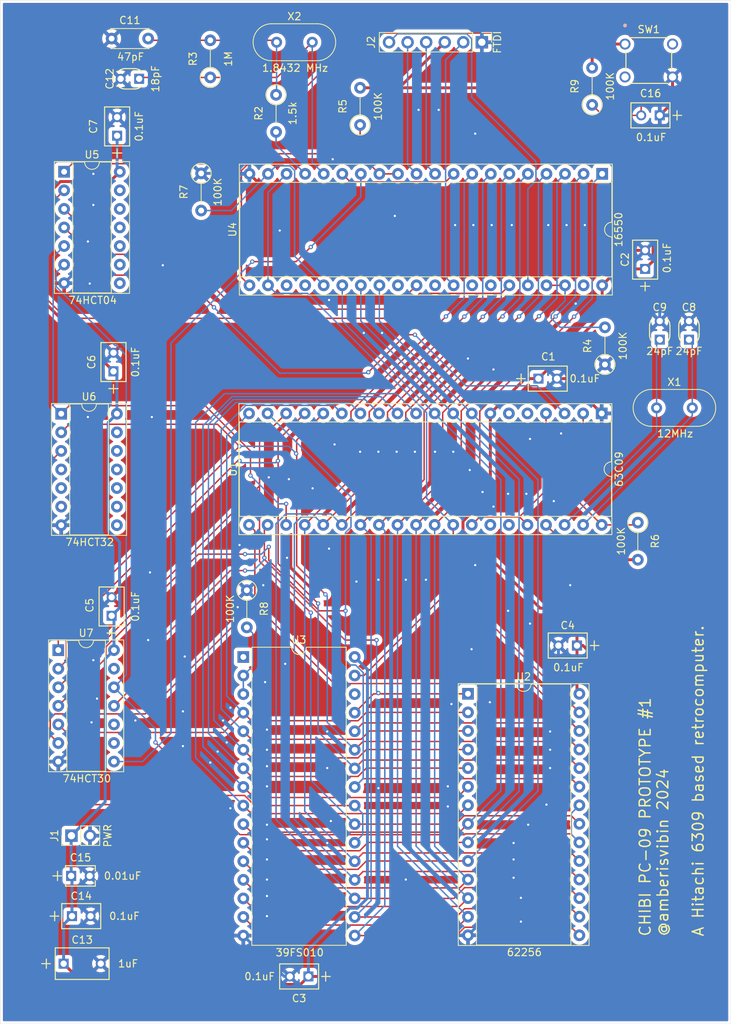
<source format=kicad_pcb>
(kicad_pcb (version 20240108) (generator "pcbnew") (generator_version "8.0")
  (layers (0 "F.Cu" signal) (31 "B.Cu" signal) (36 "B.SilkS" user "B.Silkscreen") (37 "F.SilkS" user "F.Silkscreen") (38 "B.Mask" user) (39 "F.Mask" user) (44 "Edge.Cuts" user))
  (net 0 "")
  (net 1 "+5V")
  (net 2 "GND")
  (net 3 "Net-(U1-XTAL)")
  (net 4 "Net-(U1-EXTAL)")
  (net 5 "Net-(C11-Pad1)")
  (net 7 "/RX")
  (net 8 "/RTS")
  (net 9 "/TX")
  (net 10 "/CTS")
  (net 11 "/D7")
  (net 13 "/A1")
  (net 14 "/D4")
  (net 15 "/D0")
  (net 16 "/D3")
  (net 17 "/A12")
  (net 18 "/A5")
  (net 19 "/A3")
  (net 20 "/A15")
  (net 21 "/A6")
  (net 23 "/D5")
  (net 24 "/D2")
  (net 25 "/A11")
  (net 26 "/A2")
  (net 27 "/R{slash}!W")
  (net 28 "/A7")
  (net 30 "/!RESET")
  (net 31 "/A10")
  (net 32 "/A14")
  (net 33 "/D1")
  (net 34 "/A0")
  (net 35 "/D6")
  (net 36 "/A9")
  (net 37 "/A4")
  (net 38 "/A13")
  (net 40 "Net-(U2-~{CS})")
  (net 41 "/!A15")
  (net 43 "Net-(U4-RCLK)")
  (net 44 "Net-(U4-XOUT)")
  (net 46 "Net-(U4-XIN)")
  (net 47 "Net-(U4-INTR)")
  (net 52 "Net-(U4-~{CS2})")
  (net 53 "Net-(U4-MR)")
  (net 70 "/A8")
  (net 71 "Net-(U4-~{DCD})")
  (net 72 "Net-(U4-CS0)")
  (net 73 "Net-(U1-MRDY)")
  (net 74 "Net-(U4-WR)")
  (net 75 "Net-(U3-A15)")
  (net 78 "Net-(U1-~{IRQ})")
  (footprint "Capacitor_THT:C_Disc_D5.0mm_W2.5mm_P5.00mm" (layer "F.Cu") (at 46.5 19.5 180)
    (property "Reference" "C11")
    (property "Value" "47pF")
  )
  (footprint "Package_DIP:DIP-14_W7.62mm_Socket" (layer "F.Cu") (at 34.6 70.8)
    (property "Reference" "U6")
    (property "Value" "74HCT32")
  )
  (footprint "Custom:CAP_C320C_MR_X7R_KEM" (layer "F.Cu") (at 36.0729 139.5)
    (property "Reference" "C14")
    (property "Value" "0.1uF")
  )
  (footprint "Custom:SW_B3F-1000_OMR" (layer "F.Cu") (at 111.749998 20.249999)
    (property "Reference" "SW1")
    (property "Value" "B3F-1000")
  )
  (footprint "Resistor_THT:R_Axial_DIN0207_L6.3mm_D2.5mm_P5.08mm_Vertical" (layer "F.Cu") (at 55 24.815 90)
    (property "Reference" "R3")
    (property "Value" "1M")
  )
  (footprint "Crystal:Crystal_HC49-U_Vertical" (layer "F.Cu") (at 120.95 70 180)
    (property "Reference" "X1")
    (property "Value" "12MHz")
  )
  (footprint "Custom:CAP_C320C_MR_X7R_KEM" (layer "F.Cu") (at 41.75 65 90)
    (property "Reference" "C6")
    (property "Value" "0.1uF")
  )
  (footprint "Resistor_THT:R_Axial_DIN0207_L6.3mm_D2.5mm_P5.08mm_Vertical" (layer "F.Cu") (at 107.25 28.565 90)
    (property "Reference" "R9")
    (property "Value" "100K")
  )
  (footprint "Custom:CAP_C317_KEM" (layer "F.Cu") (at 120.5 59.4 90)
    (property "Reference" "C8")
    (property "Value" "24pF")
  )
  (footprint "Crystal:Crystal_HC49-U_Vertical" (layer "F.Cu") (at 68.95 20 180)
    (property "Reference" "X2")
    (property "Value" "1.8432 MHz")
  )
  (footprint "Package_DIP:DIP-32_W15.24mm" (layer "F.Cu") (at 59.52 104.06)
    (property "Reference" "U3")
    (property "Value" "39FS010")
  )
  (footprint "Connector_PinHeader_2.54mm:PinHeader_1x06_P2.54mm_Vertical" (layer "F.Cu") (at 92.16 20 -90)
    (property "Reference" "J2")
    (property "Value" "FTDI")
  )
  (footprint "Package_DIP:DIP-28_W15.24mm_Socket" (layer "F.Cu") (at 90.26 109.1)
    (property "Reference" "U2")
    (property "Value" "62256")
  )
  (footprint "Custom:CAP_C320C_MR_X7R_KEM" (layer "F.Cu") (at 68.4271 147.75 180)
    (property "Reference" "C3")
    (property "Value" "0.1uF")
  )
  (footprint "Package_DIP:DIP-14_W7.62mm_Socket" (layer "F.Cu") (at 35 37.71)
    (property "Reference" "U5")
    (property "Value" "74HCT04")
  )
  (footprint "Custom:CAP_C315C_MR_X7R_KEM" (layer "F.Cu") (at 35.96 134)
    (property "Reference" "C15")
    (property "Value" "0.01uF")
  )
  (footprint "Package_DIP:DIP-40_W15.24mm_Socket" (layer "F.Cu") (at 108.56 70.76 -90)
    (property "Reference" "U1")
    (property "Value" "63C09")
  )
  (footprint "Resistor_THT:R_Axial_DIN0207_L6.3mm_D2.5mm_P5.08mm_Vertical" (layer "F.Cu") (at 64 27.185 -90)
    (property "Reference" "R2")
    (property "Value" "1.5k")
  )
  (footprint "Resistor_THT:R_Axial_DIN0207_L6.3mm_D2.5mm_P5.08mm_Vertical" (layer "F.Cu") (at 109 64.065 90)
    (property "Reference" "R4")
    (property "Value" "100K")
  )
  (footprint "Custom:CAP_C320C_MR_X7R_KEM" (layer "F.Cu") (at 42.25 32.782 90)
    (property "Reference" "C7")
    (property "Value" "0.1uF")
  )
  (footprint "Custom:CAP_C320C_MR_X7R_KEM" (layer "F.Cu") (at 114.5 51 90)
    (property "Reference" "C2")
    (property "Value" "0.1uF")
  )
  (footprint "Resistor_THT:R_Axial_DIN0207_L6.3mm_D2.5mm_P5.08mm_Vertical" (layer "F.Cu") (at 60 94.935 -90)
    (property "Reference" "R8")
    (property "Value" "100K")
  )
  (footprint "Resistor_THT:R_Axial_DIN0207_L6.3mm_D2.5mm_P5.08mm_Vertical" (layer "F.Cu") (at 53.75 37.935 -90)
    (property "Reference" "R7")
    (property "Value" "100K")
  )
  (footprint "Custom:CAP_C317_KEM" (layer "F.Cu") (at 116.5 59.4 90)
    (property "Reference" "C9")
    (property "Value" "24pF")
  )
  (footprint "Custom:CAP_C330C_MR_X7R_KEM" (layer "F.Cu") (at 34.9299 146)
    (property "Reference" "C13")
    (property "Value" "1uF")
  )
  (footprint "Custom:CAP_C320C_MR_X7R_KEM" (layer "F.Cu") (at 41.5 98.4271 90)
    (property "Reference" "C5")
    (property "Value" "0.1uF")
  )
  (footprint "Custom:CAP_C317_KEM" (layer "F.Cu") (at 44 25 180)
    (property "Reference" "C12")
    (property "Value" "18pF")
  )
  (footprint "Connector_PinHeader_2.54mm:PinHeader_1x02_P2.54mm_Vertical" (layer "F.Cu") (at 36 128.5 90)
    (property "Reference" "J1")
    (property "Value" "PWR")
  )
  (footprint "Package_DIP:DIP-14_W7.62mm_Socket" (layer "F.Cu") (at 34.2 103.125)
    (property "Reference" "U7")
    (property "Value" "74HCT30")
  )
  (footprint "Custom:CAP_C320C_MR_X7R_KEM" (layer "F.Cu") (at 116.5 30 180)
    (property "Reference" "C16")
    (property "Value" "0.1uF")
  )
  (footprint "Custom:CAP_C320C_MR_X7R_KEM" (layer "F.Cu") (at 105.1771 102.5 180)
    (property "Reference" "C4")
    (property "Value" "0.1uF")
  )
  (footprint "Custom:CAP_C320C_MR_X7R_KEM" (layer "F.Cu") (at 99.9 66)
    (property "Reference" "C1")
    (property "Value" "0.1uF")
  )
  (footprint "Package_DIP:DIP-40_W15.24mm_Socket" (layer "F.Cu") (at 108.62 38 -90)
    (property "Reference" "U4")
    (property "Value" "16550")
  )
  (footprint "Resistor_THT:R_Axial_DIN0207_L6.3mm_D2.5mm_P5.08mm_Vertical" (layer "F.Cu") (at 75.5 31.315 90)
    (property "Reference" "R5")
    (property "Value" "100K")
  )
  (footprint "Resistor_THT:R_Axial_DIN0207_L6.3mm_D2.5mm_P5.08mm_Vertical" (layer "F.Cu") (at 113.5 85.685 -90)
    (property "Reference" "R6")
    (property "Value" "100K")
  )
  (gr_rect (start 26.25 14.25) (end 126.25 154.25) (stroke (width 0.05)) (fill none) (layer "Edge.Cuts"))
  (gr_text "74HCT30" (at 38.1029 120.695 0) (layer "F.SilkS") (effects (font (size 1 1))))
  (gr_text "74HCT04" (at 38.9029 55.28 0) (layer "F.SilkS") (effects (font (size 1 1))))
  (gr_text "100K" (at 109.7129 26.025 90) (layer "F.SilkS") (effects (font (size 1 1))))
  (gr_text "0.1uF" (at 61.75 147.75 0) (layer "F.SilkS") (effects (font (size 1 1))))
  (gr_text "100K" (at 56.0271 40.475 90) (layer "F.SilkS") (effects (font (size 1 1))))
  (gr_text "47pF" (at 44.0929 22 0) (layer "F.SilkS") (effects (font (size 1 1))))
  (gr_text "100K" (at 57.7229 97.475 90) (layer "F.SilkS") (effects (font (size 1 1))))
  (gr_text "0.1uF" (at 44.75 97.1571 90) (layer "F.SilkS") (effects (font (size 1 1))))
  (gr_text "PWR" (at 40.9629 128.5 90) (layer "F.SilkS") (effects (font (size 1 1))))
  (gr_text "0.1uF" (at 104 105.5 0) (layer "F.SilkS") (effects (font (size 1 1))))
  (gr_text "24pF" (at 120.5 62.25 0) (layer "F.SilkS") (effects (font (size 1 1))))
  (gr_text "0.1uF" (at 43.25 139.5 0) (layer "F.SilkS") (effects (font (size 1 1))))
  (gr_text "12MHz" (at 118.6029 73.525 0) (layer "F.SilkS") (effects (font (size 1 1))))
  (gr_text "24pF" (at 116.5 62.25 0) (layer "F.SilkS") (effects (font (size 1 1))))
  (gr_text "16550" (at 110.8771 45.62 90) (layer "F.SilkS") (effects (font (size 1 1))))
  (gr_text "100K" (at 111.2229 88.225 90) (layer "F.SilkS") (effects (font (size 1 1))))
  (gr_text "0.1uF" (at 44.75 63.73 90) (layer "F.SilkS") (effects (font (size 1 1))))
  (gr_text "0.1uF" (at 106.25 66 0) (layer "F.SilkS") (effects (font (size 1 1))))
  (gr_text "62256" (at 97.9729 144.45 0) (layer "F.SilkS") (effects (font (size 1 1))))
  (gr_text "100K" (at 77.9629 28.775 90) (layer "F.SilkS") (effects (font (size 1 1))))
  (gr_text "0.1uF" (at 117.5 49.5 90) (layer "F.SilkS") (effects (font (size 1 1))))
  (gr_text "18pF" (at 47.5 25 90) (layer "F.SilkS") (effects (font (size 1 1))))
  (gr_text "0.1uF" (at 45.25 31.5 90) (layer "F.SilkS") (effects (font (size 1 1))))
  (gr_text "1uF" (at 43.75 146 0) (layer "F.SilkS") (effects (font (size 1 1))))
  (gr_text "74HCT32" (at 38.5029 88.37 0) (layer "F.SilkS") (effects (font (size 1 1))))
  (gr_text "1.8432 MHz" (at 66.6029 23.525 0) (layer "F.SilkS") (effects (font (size 1 1))))
  (gr_text "1M" (at 57.4629 22.275 90) (layer "F.SilkS") (effects (font (size 1 1))))
  (gr_text "0.1uF" (at 115.3229 33 0) (layer "F.SilkS") (effects (font (size 1 1))))
  (gr_text "100K" (at 111.4629 61.525 90) (layer "F.SilkS") (effects (font (size 1 1))))
  (gr_text "39FS010" (at 67.2329 144.49 0) (layer "F.SilkS") (effects (font (size 1 1))))
  (gr_text "0.01uF" (at 43 134 0) (layer "F.SilkS") (effects (font (size 1 1))))
  (gr_text "FTDI" (at 94.2771 20 90) (layer "F.SilkS") (effects (font (size 1 1))))
  (gr_text "1.5k" (at 66.2771 29.725 90) (layer "F.SilkS") (effects (font (size 1 1))))
  (gr_text "63C09" (at 110.9371 78.38 90) (layer "F.SilkS") (effects (font (size 1 1))))
  (gr_text_box "CHIBI PC-09 PROTOTYPE #1\n@amberisvibin 2024\n\nA Hitachi 6309 based retrocomputer." (start 112.5 94.4968) (end 124.5 143.51) (angle 90) (layer "F.SilkS") (effects (font (size 1.5 1.5) (thickness 0.2)) (justify left top)) (border no))
  (segment (start 111.8079 90.765) (end 105.1771 97.3958) (width 0.4) (layer "F.Cu") (net 1))
  (segment (start 106 147.75) (end 108.75 145) (width 0.4) (layer "F.Cu") (net 1))
  (segment (start 108.75 105.25) (end 106 102.5) (width 0.4) (layer "F.Cu") (net 1))
  (segment (start 115.5858 49.9142) (end 115.5858 40.3358) (width 0.4) (layer "F.Cu") (net 1))
  (segment (start 111.749998 20.249999) (end 107.500001 20.249999) (width 0.4) (layer "F.Cu") (net 1))
  (segment (start 34.9299 146) (end 37.7657 148.8358) (width 0.4) (layer "F.Cu") (net 1))
  (segment (start 114.5 51) (end 115.5858 49.9142) (width 0.4) (layer "F.Cu") (net 1))
  (segment (start 107.500001 20.249999) (end 107.25 20.5) (width 0.4) (layer "F.Cu") (net 1))
  (segment (start 101.5 26.25) (end 101.485 26.235) (width 0.4) (layer "F.Cu") (net 1))
  (segment (start 105.1771 102.5) (end 105.1771 108.7771) (width 0.4) (layer "F.Cu") (net 1))
  (segment (start 75.5 26.235) (end 80.845 26.235) (width 0.4) (layer "F.Cu") (net 1))
  (segment (start 30.573 42.979943) (end 34.502943 39.05) (width 0.4) (layer "F.Cu") (net 1))
  (segment (start 34.502943 39.05) (end 41.28 39.05) (width 0.4) (layer "F.Cu") (net 1))
  (segment (start 89.58 86.83) (end 100.1458 97.3958) (width 0.4) (layer "F.Cu") (net 1))
  (segment (start 68.4271 147.75) (end 106 147.75) (width 0.4) (layer "F.Cu") (net 1))
  (segment (start 108.75 145) (end 108.75 105.25) (width 0.4) (layer "F.Cu") (net 1))
  (segment (start 41.75 65) (end 30.573 53.823) (width 0.4) (layer "F.Cu") (net 1))
  (segment (start 114.5 51) (end 110.86 51) (width 0.4) (layer "F.Cu") (net 1))
  (segment (start 30.573 53.823) (end 30.573 42.979943) (width 0.4) (layer "F.Cu") (net 1))
  (segment (start 101.485 26.235) (end 80.845 26.235) (width 0.4) (layer "F.Cu") (net 1))
  (segment (start 98.08 66) (end 93.32 70.76) (width 0.4) (layer "F.Cu") (net 1))
  (segment (start 105.1771 97.3958) (end 105.1771 102.5) (width 0.4) (layer "F.Cu") (net 1))
  (segment (start 93.32 81.762943) (end 89.58 85.502943) (width 0.4) (layer "F.Cu") (net 1))
  (segment (start 100.1458 97.3958) (end 105.1771 97.3958) (width 0.4) (layer "F.Cu") (net 1))
  (segment (start 89.58 85.502943) (end 89.58 86.83) (width 0.4) (layer "F.Cu") (net 1))
  (segment (start 110.86 51) (end 108.62 53.24) (width 0.4) (layer "F.Cu") (net 1))
  (segment (start 107.500001 20.249999) (end 101.5 26.25) (width 0.4) (layer "F.Cu") (net 1))
  (segment (start 108.62 53.24) (end 108.62 57.28) (width 0.4) (layer "F.Cu") (net 1))
  (segment (start 105.1771 108.7771) (end 105.5 109.1) (width 0.4) (layer "F.Cu") (net 1))
  (segment (start 99.9 66) (end 98.08 66) (width 0.4) (layer "F.Cu") (net 1))
  (segment (start 37.7657 148.8358) (end 67.3413 148.8358) (width 0.4) (layer "F.Cu") (net 1))
  (segment (start 41.28 39.05) (end 42.62 37.71) (width 0.4) (layer "F.Cu") (net 1))
  (segment (start 108.62 57.28) (end 99.9 66) (width 0.4) (layer "F.Cu") (net 1))
  (segment (start 67.3413 148.8358) (end 68.4271 147.75) (width 0.4) (layer "F.Cu") (net 1))
  (segment (start 80.845 26.235) (end 87.08 20) (width 0.4) (layer "F.Cu") (net 1))
  (segment (start 107.25 20.5) (end 107.25 23.485) (width 0.4) (layer "F.Cu") (net 1))
  (segment (start 113.5 90.765) (end 111.8079 90.765) (width 0.4) (layer "F.Cu") (net 1))
  (segment (start 93.32 70.76) (end 93.32 81.762943) (width 0.4) (layer "F.Cu") (net 1))
  (segment (start 106 102.5) (end 105.1771 102.5) (width 0.4) (layer "F.Cu") (net 1))
  (segment (start 115.5858 40.3358) (end 101.5 26.25) (width 0.4) (layer "F.Cu") (net 1))
  (segment (start 76.5 105.75) (end 76.5 137.037057) (width 0.4) (layer "B.Cu") (net 1))
  (segment (start 41.82 103.125) (end 40.62 104.325) (width 0.4) (layer "B.Cu") (net 1))
  (segment (start 34.9299 146) (end 34.9299 140.643) (width 0.4) (layer "B.Cu") (net 1))
  (segment (start 42.5858 88.3358) (end 41.02 86.77) (width 0.4) (layer "B.Cu") (net 1))
  (segment (start 76.25 105.55) (end 76.3 105.55) (width 0.4) (layer "B.Cu") (net 1))
  (segment (start 42.22 70.8) (end 42.22 65.47) (width 0.4) (layer "B.Cu") (net 1))
  (segment (start 35.96 134) (end 35.96 128.54) (width 0.4) (layer "B.Cu") (net 1))
  (segment (start 36.0729 134.1129) (end 35.96 134) (width 0.4) (layer "B.Cu") (net 1))
  (segment (start 41.5 98.4271) (end 42.5858 97.3413) (width 0.4) (layer "B.Cu") (net 1))
  (segment (start 74.76 104.06) (end 76.25 105.55) (width 0.4) (layer "B.Cu") (net 1))
  (segment (start 74.08 138.42) (end 68.4271 144.0729) (width 0.4) (layer "B.Cu") (net 1))
  (segment (start 40.62 104.325) (end 40.62 123.88) (width 0.4) (layer "B.Cu") (net 1))
  (segment (start 41.82 103.125) (end 41.82 98.7471) (width 0.4) (layer "B.Cu") (net 1))
  (segment (start 42.5858 97.3413) (end 42.5858 88.3358) (width 0.4) (layer "B.Cu") (net 1))
  (segment (start 40.62 123.88) (end 36 128.5) (width 0.4) (layer "B.Cu") (net 1))
  (segment (start 34.9299 140.643) (end 36.0729 139.5) (width 0.4) (layer "B.Cu") (net 1))
  (segment (start 42.22 65.47) (end 41.75 65) (width 0.4) (layer "B.Cu") (net 1))
  (segment (start 42.25 32.782) (end 42.25 37.34) (width 0.4) (layer "B.Cu") (net 1))
  (segment (start 41.02 72) (end 42.22 70.8) (width 0.4) (layer "B.Cu") (net 1))
  (segment (start 41.82 98.7471) (end 41.5 98.4271) (width 0.4) (layer "B.Cu") (net 1))
  (segment (start 76.3 105.55) (end 76.5 105.75) (width 0.4) (layer "B.Cu") (net 1))
  (segment (start 68.4271 144.0729) (end 68.4271 147.75) (width 0.4) (layer "B.Cu") (net 1))
  (segment (start 36.0729 139.5) (end 36.0729 134.1129) (width 0.4) (layer "B.Cu") (net 1))
  (segment (start 42.25 37.34) (end 42.62 37.71) (width 0.2) (layer "B.Cu") (net 1))
  (segment (start 75.117057 138.42) (end 74.08 138.42) (width 0.4) (layer "B.Cu") (net 1))
  (segment (start 41.02 86.77) (end 41.02 72) (width 0.4) (layer "B.Cu") (net 1))
  (segment (start 35.96 128.54) (end 36 128.5) (width 0.4) (layer "B.Cu") (net 1))
  (segment (start 76.5 137.037057) (end 75.117057 138.42) (width 0.4) (layer "B.Cu") (net 1))
  (segment (start 118.25 28.25) (end 116.5 30) (width 0.4) (layer "F.Cu") (net 2))
  (segment (start 118.25 24.75) (end 118.25 28.25) (width 0.4) (layer "F.Cu") (net 2))
  (segment (start 103.8 66) (end 108.56 70.76) (width 0.4) (layer "F.Cu") (net 2))
  (segment (start 114.5 48.46) (end 70.82 48.46) (width 0.4) (layer "F.Cu") (net 2))
  (segment (start 70.82 48.46) (end 60.36 38) (width 0.4) (layer "F.Cu") (net 2))
  (segment (start 102.44 66) (end 103.8 66) (width 0.4) (layer "F.Cu") (net 2))
  (via (at 88.5 45) (size 0.6) (drill 0.3) (layers "F.Cu" "B.Cu") (net 2))
  (via (at 78 93.5) (size 0.6) (drill 0.3) (layers "F.Cu" "B.Cu") (net 2))
  (via (at 103.75 45) (size 0.6) (drill 0.3) (layers "F.Cu" "B.Cu") (net 2))
  (via (at 51.25 111.5) (size 0.6) (drill 0.3) (layers "F.Cu" "B.Cu") (net 2))
  (via (at 106.25 45) (size 0.6) (drill 0.3) (layers "F.Cu" "B.Cu") (net 2))
  (via (at 78 76) (size 0.6) (drill 0.3) (layers "F.Cu" "B.Cu") (net 2))
  (via (at 69 81) (size 0.6) (drill 0.3) (layers "F.Cu" "B.Cu") (net 2))
  (via (at 105 55.75) (size 0.6) (drill 0.3) (layers "F.Cu" "B.Cu") (net 2))
  (via (at 56 117) (size 0.6) (drill 0.3) (layers "F.Cu" "B.Cu") (net 2))
  (via (at 71.25 89.25) (size 0.6) (drill 0.3) (layers "F.Cu" "B.Cu") (net 2))
  (via (at 102 82.75) (size 0.6) (drill 0.3) (layers "F.Cu" "B.Cu") (net 2))
  (via (at 97.5 137) (size 0.6) (drill 0.3) (layers "F.Cu" "B.Cu") (net 2))
  (via (at 38.75 113) (size 0.6) (drill 0.3) (layers "F.Cu" "B.Cu") (net 2))
  (via (at 96.5 129.5) (size 0.6) (drill 0.3) (layers "F.Cu" "B.Cu") (net 2))
  (via (at 75.5 76) (size 0.6) (drill 0.3) (layers "F.Cu" "B.Cu") (net 2))
  (via (at 92.25 81.5) (size 0.6) (drill 0.3) (layers "F.Cu" "B.Cu") (net 2))
  (via (at 76 59.75) (size 0.6) (drill 0.3) (layers "F.Cu" "B.Cu") (net 2))
  (via (at 65.75 79.75) (size 0.6) (drill 0.3) (layers "F.Cu" "B.Cu") (net 2))
  (via (at 62.75 127) (size 0.6) (drill 0.3) (layers "F.Cu" "B.Cu") (net 2))
  (via (at 91 45) (size 0.6) (drill 0.3) (layers "F.Cu" "B.Cu") (net 2))
  (via (at 55 118.5) (size 0.6) (drill 0.3) (layers "F.Cu" "B.Cu") (net 2))
  (via (at 96.5 134.25) (size 0.6) (drill 0.3) (layers "F.Cu" "B.Cu") (net 2))
  (via (at 87.5 124.5) (size 0.6) (drill 0.3) (layers "F.Cu" "B.Cu") (net 2))
  (via (at 58.75 97.25) (size 0.6) (drill 0.3) (layers "F.Cu" "B.Cu") (net 2))
  (via (at 101.5 114.25) (size 0.6) (drill 0.3) (layers "F.Cu" "B.Cu") (net 2))
  (via (at 62.75 114) (size 0.6) (drill 0.3) (layers "F.Cu" "B.Cu") (net 2))
  (via (at 75 93.75) (size 0.6) (drill 0.3) (layers "F.Cu" "B.Cu") (net 2))
  (via (at 78.5 59.75) (size 0.6) (drill 0.3) (layers "F.Cu" "B.Cu") (net 2))
  (via (at 98.75 74.25) (size 0.6) (drill 0.3) (layers "F.Cu" "B.Cu") (net 2))
  (via (at 72 75) (size 0.6) (drill 0.3) (layers "F.Cu" "B.Cu") (net 2))
  (via (at 39 42.25) (size 0.6) (drill 0.3) (layers "F.Cu" "B.Cu") (net 2))
  (via (at 91.25 32.5) (size 0.6) (drill 0.3) (layers "F.Cu" "B.Cu") (net 2))
  (via (at 83.5 29.25) (size 0.6) (drill 0.3) (layers "F.Cu" "B.Cu") (net 2))
  (via (at 80.25 43.75) (size 0.6) (drill 0.3) (layers "F.Cu" "B.Cu") (net 2))
  (via (at 101.5 116.75) (size 0.6) (drill 0.3) (layers "F.Cu" "B.Cu") (net 2))
  (via (at 62.75 121.75) (size 0.6) (drill 0.3) (layers "F.Cu" "B.Cu") (net 2))
  (via (at 62.75 136.75) (size 0.6) (drill 0.3) (layers "F.Cu" "B.Cu") (net 2))
  (via (at 103 73.5) (size 0.6) (drill 0.3) (layers "F.Cu" "B.Cu") (net 2))
  (via (at 97.5 140.25) (size 0.6) (drill 0.3) (layers "F.Cu" "B.Cu") (net 2))
  (via (at 38.25 71.25) (size 0.6) (drill 0.3) (layers "F.Cu" "B.Cu") (net 2))
  (via (at 71 129.5) (size 0.6) (drill 0.3) (layers "F.Cu" "B.Cu") (net 2))
  (via (at 101.5 119.25) (size 0.6) (drill 0.3) (layers "F.Cu" "B.Cu") (net 2))
  (via (at 62.75 129) (size 0.6) (drill 0.3) (layers "F.Cu" "B.Cu") (net 2))
  (via (at 71.75 36) (size 0.6) (drill 0.3) (layers "F.Cu" "B.Cu") (net 2))
  (via (at 96.5 131.75) (size 0.6) (drill 0.3) (layers "F.Cu" "B.Cu") (net 2))
  (via (at 87.5 121.75) (size 0.6) (drill 0.3) (layers "F.Cu" "B.Cu") (net 2))
  (via (at 88 110.5) (size 0.6) (drill 0.3) (layers "F.Cu" "B.Cu") (net 2))
  (via (at 39 104.5) (size 0.6) (drill 0.3) (layers "F.Cu" "B.Cu") (net 2))
  (via (at 85.75 76) (size 0.6) (drill 0.3) (layers "F.Cu" "B.Cu") (net 2))
  (via (at 57.75 124.75) (size 0.6) (drill 0.3) (layers "F.Cu" "B.Cu") (net 2))
  (via (at 83 76) (size 0.6) (drill 0.3) (layers "F.Cu" "B.Cu") (net 2))
  (via (at 71.5 126.5) (size 0.6) (drill 0.3) (layers "F.Cu" "B.Cu") (net 2))
  (via (at 90.5 78.5) (size 0.6) (drill 0.3) (layers "F.Cu" "B.Cu") (net 2))
  (via (at 65.25 105) (size 0.6) (drill 0.3) (layers "F.Cu" "B.Cu") (net 2))
  (via (at 71 114.25) (size 0.6) (drill 0.3) (layers "F.Cu" "B.Cu") (net 2))
  (via (at 95.75 97.75) (size 0.6) (drill 0.3) (layers "F.Cu" "B.Cu") (net 2))
  (via (at 93.75 83.5) (size 0.6) (drill 0.3) (layers "F.Cu" "B.Cu") (net 2))
  (via (at 86.25 29.25) (size 0.6) (drill 0.3) (layers "F.Cu" "B.Cu") (net 2))
  (via (at 101.25 45) (size 0.6) (drill 0.3) (layers "F.Cu" "B.Cu") (net 2))
  (via (at 88.25 76) (size 0.6) (drill 0.3) (layers "F.Cu" "B.Cu") (net 2))
  (via (at 84.5 93.5) (size 0.6) (drill 0.3) (layers "F.Cu" "B.Cu") (net 2))
  (via (at 91.25 91.5) (size 0.6) (drill 0.3) (layers "F.Cu" "B.Cu") (net 2))
  (via (at 62.25 94.25) (size 0.6) (drill 0.3) (layers "F.Cu" "B.Cu") (net 2))
  (via (at 93.25 110.25) (size 0.6) (drill 0.3) (layers "F.Cu" "B.Cu") (net 2))
  (via (at 62.75 134.5) (size 0.6) (drill 0.3) (layers "F.Cu" "B.Cu") (net 2))
  (via (at 63 79.5) (size 0.6) (drill 0.3) (layers "F.Cu" "B.Cu") (net 2))
  (via (at 78 122) (size 0.6) (drill 0.3) (layers "F.Cu" "B.Cu") (net 2))
  (via (at 101 124.25) (size 0.6) (drill 0.3) (layers "F.Cu" "B.Cu") (net 2))
  (via (at 81.75 93.5) (size 0.6) (drill 0.3) (layers "F.Cu" "B.Cu") (net 2))
  (via (at 38.5 53) (size 0.6) (drill 0.3) (layers "F.Cu" "B.Cu") (net 2))
  (via (at 95.75 81.75) (size 0.6) (drill 0.3) (layers "F.Cu" "B.Cu") (net 2))
  (via (at 104.25 94.25) (size 0.6) (drill 0.3) (layers "F.Cu" "B.Cu") (net 2))
  (via (at 51.25 116.25) (size 0.6) (drill 0.3) (layers "F.Cu" "B.Cu") (net 2))
  (via (at 62.5 107.5) (size 0.6) (drill 0.3) (layers "F.Cu" "B.Cu") (net 2))
  (via (at 62.75 139.5) (size 0.6) (drill 0.3) (layers "F.Cu" "B.Cu") (net 2))
  (via (at 39.5 109.75) (size 0.6) (drill 0.3) (layers "F.Cu" "B.Cu") (net 2))
  (via (at 81.75 134.5) (size 0.6) (drill 0.3) (layers "F.Cu" "B.Cu") (net 2))
  (via (at 71 119.25) (size 0.6) (drill 0.3) (layers "F.Cu" "B.Cu") (net 2))
  (via (at 51.5 104) (size 0.6) (drill 0.3) (layers "F.Cu" "B.Cu") (net 2))
  (via (at 59 88.75) (size 0.6) (drill 0.3) (layers "F.Cu" "B.Cu") (net 2))
  (via (at 57.25 115.75) (size 0.6) (drill 0.3) (layers "F.Cu" "B.Cu") (net 2))
  (via (at 93.75 64.75) (size 0.6) (drill 0.3) (layers "F.Cu" "B.Cu") (net 2))
  (via (at 46.5 101.75) (size 0.6) (drill 0.3) (layers "F.Cu" "B.Cu") (net 2))
  (via (at 98.75 99.5) (size 0.6) (drill 0.3) (layers "F.Cu" "B.Cu") (net 2))
  (via (at 38.25 47.25) (size 0.6) (drill 0.3) (layers "F.Cu" "B.Cu") (net 2))
  (via (at 46.75 92.5) (size 0.6) (drill 0.3) (layers "F.Cu" "B.Cu") (net 2))
  (via (at 98.25 81.75) (size 0.6) (drill 0.3) (layers "F.Cu" "B.Cu") (net 2))
  (via (at 62.75 116.75) (size 0.6) (drill 0.3) (layers "F.Cu" "B.Cu") (net 2))
  (via (at 39 38) (size 0.6) (drill 0.3) (layers "F.Cu" "B.Cu") (net 2))
  (via (at 80.5 76) (size 0.6) (drill 0.3) (layers "F.Cu" "B.Cu") (net 2))
  (via (at 62.75 119) (size 0.6) (drill 0.3) (layers "F.Cu" "B.Cu") (net 2))
  (via (at 96.25 45) (size 0.6) (drill 0.3) (layers "F.Cu" "B.Cu") (net 2))
  (via (at 98.5 127) (size 0.6) (drill 0.3) (layers "F.Cu" "B.Cu") (net 2))
  (via (at 90.25 63.25) (size 0.6) (drill 0.3) (layers "F.Cu" "B.Cu") (net 2))
  (via (at 57.75 111) (size 0.6) (drill 0.3) (layers "F.Cu" "B.Cu") (net 2))
  (via (at 71.25 55.25) (size 0.6) (drill 0.3) (layers "F.Cu" "B.Cu") (net 2))
  (via (at 64.5 45.75) (size 0.6) (drill 0.3) (layers "F.Cu" "B.Cu") (net 2))
  (via (at 47 71.25) (size 0.6) (drill 0.3) (layers "F.Cu" "B.Cu") (net 2))
  (via (at 93.5 45) (size 0.6) (drill 0.3) (layers "F.Cu" "B.Cu") (net 2))
  (via (at 65.5 90.5) (size 0.6) (drill 0.3) (layers "F.Cu" "B.Cu") (net 2))
  (via (at 62.75 131.75) (size 0.6) (drill 0.3) (layers "F.Cu" "B.Cu") (net 2))
  (via (at 90.75 103) (size 0.6) (drill 0.3) (layers "F.Cu" "B.Cu") (net 2))
  (via (at 56.75 112.75) (size 0.6) (drill 0.3) (layers "F.Cu" "B.Cu") (net 2))
  (via (at 48.5 50.5) (size 0.6) (drill 0.3) (layers "F.Cu" "B.Cu") (net 2))
  (via (at 44.75 112.75) (size 0.6) (drill 0.3) (layers "F.Cu" "B.Cu") (net 2))
  (segment (start 114.5 48.46) (end 116.5 50.46) (width 0.4) (layer "B.Cu") (net 2))
  (segment (start 41.5 95.8871) (end 38 99.3871) (width 0.4) (layer "B.Cu") (net 2))
  (segment (start 38.25 65.96) (end 41.75 62.46) (width 0.4) (layer "B.Cu") (net 2))
  (segment (start 90.26 142.12) (end 102.25 130.13) (width 0.4) (layer "B.Cu") (net 2))
  (segment (start 38.25 34.242) (end 42.25 30.242) (width 0.4) (layer "B.Cu") (net 2))
  (segment (start 59.52 142.16) (end 65.11 147.75) (width 0.4) (layer "B.Cu") (net 2))
  (segment (start 53.75 37.935) (end 60.295 37.935) (width 0.4) (layer "B.Cu") (net 2))
  (segment (start 38.25 49.7) (end 38.25 47.25) (width 0.4) (layer "B.Cu") (net 2))
  (segment (start 102.6371 102.5) (end 102.6371 104.8629) (width 0.4) (layer "B.Cu") (net 2))
  (segment (start 116.5 50.46) (end 116.5 58.13) (width 0.4) (layer "B.Cu") (net 2))
  (segment (start 38.25 47.25) (end 38.25 34.242) (width 0.4) (layer "B.Cu") (net 2))
  (segment (start 38 114.565) (end 34.2 118.365) (width 0.4) (layer "B.Cu") (net 2))
  (segment (start 65.11 147.75) (end 65.8871 147.75) (width 0.2) (layer "B.Cu") (net 2))
  (segment (start 60.295 37.935) (end 60.36 38) (width 0.4) (layer "B.Cu") (net 2))
  (segment (start 102.25 130.13) (end 102.25 105.25) (width 0.4) (layer "B.Cu") (net 2))
  (segment (start 38.25 71) (end 38.25 65.96) (width 0.4) (layer "B.Cu") (net 2))
  (segment (start 38.25 71.25) (end 38.25 71) (width 0.4) (layer "B.Cu") (net 2))
  (segment (start 35 52.95) (end 38.25 49.7) (width 0.4) (layer "B.Cu") (net 2))
  (segment (start 102.6371 104.8629) (end 102.25 105.25) (width 0.4) (layer "B.Cu") (net 2))
  (segment (start 38 99.3871) (end 38 114.565) (width 0.4) (layer "B.Cu") (net 2))
  (segment (start 34.6 86.04) (end 38.25 82.39) (width 0.4) (layer "B.Cu") (net 2))
  (segment (start 38.25 82.39) (end 38.25 71.25) (width 0.4) (layer "B.Cu") (net 2))
  (segment (start 106.02 86) (end 120.95 71.07) (width 0.2) (layer "B.Cu") (net 3))
  (segment (start 120.95 61.12) (end 120.5 60.67) (width 0.2) (layer "B.Cu") (net 3))
  (segment (start 120.95 70) (end 120.95 61.12) (width 0.2) (layer "B.Cu") (net 3))
  (segment (start 120.95 71.07) (end 120.95 70) (width 0.2) (layer "B.Cu") (net 3))
  (segment (start 116.07 70) (end 116.07 61.1) (width 0.2) (layer "B.Cu") (net 4))
  (segment (start 116.07 73.41) (end 103.48 86) (width 0.2) (layer "B.Cu") (net 4))
  (segment (start 116.07 61.1) (end 116.5 60.67) (width 0.2) (layer "B.Cu") (net 4))
  (segment (start 116.07 70) (end 116.07 73.41) (width 0.2) (layer "B.Cu") (net 4))
  (segment (start 46.735 19.735) (end 46.5 19.5) (width 0.2) (layer "F.Cu") (net 5))
  (segment (start 55 19.735) (end 63.805 19.735) (width 0.2) (layer "F.Cu") (net 5))
  (segment (start 63.805 19.735) (end 64.07 20) (width 0.2) (layer "F.Cu") (net 5))
  (segment (start 55 19.735) (end 46.735 19.735) (width 0.2) (layer "F.Cu") (net 5))
  (segment (start 64.07 27.115) (end 64 27.185) (width 0.2) (layer "B.Cu") (net 5))
  (segment (start 64.07 20) (end 64.07 27.115) (width 0.2) (layer "B.Cu") (net 5))
  (segment (start 82 36.78) (end 83.22 38) (width 0.2) (layer "B.Cu") (net 7))
  (segment (start 82 20) (end 82 36.78) (width 0.2) (layer "B.Cu") (net 7))
  (segment (start 90.096346 18.85) (end 90.77 19.523654) (width 0.2) (layer "B.Cu") (net 8))
  (segment (start 98.46 40.04) (end 98.46 53.24) (width 0.2) (layer "B.Cu") (net 8))
  (segment (start 99.56 38.94) (end 98.46 40.04) (width 0.2) (layer "B.Cu") (net 8))
  (segment (start 79.46 20) (end 80.61 18.85) (width 0.2) (layer "B.Cu") (net 8))
  (segment (start 90.77 27.52) (end 99.56 36.31) (width 0.2) (layer "B.Cu") (net 8))
  (segment (start 99.56 36.31) (end 99.56 38.94) (width 0.2) (layer "B.Cu") (net 8))
  (segment (start 80.61 18.85) (end 90.096346 18.85) (width 0.2) (layer "B.Cu") (net 8))
  (segment (start 90.77 19.523654) (end 90.77 27.52) (width 0.2) (layer "B.Cu") (net 8))
  (segment (start 84.54 36.78) (end 85.76 38) (width 0.2) (layer "B.Cu") (net 9))
  (segment (start 84.54 20) (end 84.54 36.78) (width 0.2) (layer "B.Cu") (net 9))
  (segment (start 88.3 53.24) (end 87.2 52.14) (width 0.2) (layer "B.Cu") (net 10))
  (segment (start 87.2 52.14) (end 87.2 22.42) (width 0.2) (layer "B.Cu") (net 10))
  (segment (start 87.2 22.42) (end 89.62 20) (width 0.2) (layer "B.Cu") (net 10))
  (segment (start 87.247182 57.497183) (end 74.25 70.494365) (width 0.2) (layer "F.Cu") (net 11))
  (segment (start 74.25 79.67) (end 67.92 86) (width 0.2) (layer "F.Cu") (net 11))
  (segment (start 75.9 130.86) (end 104.4 130.86) (width 0.2) (layer "F.Cu") (net 11))
  (segment (start 74.76 132) (end 75.9 130.86) (width 0.2) (layer "F.Cu") (net 11))
  (segment (start 87.247182 57.497182) (end 87.247182 57.497183) (width 0.2) (layer "F.Cu") (net 11))
  (segment (start 74.25 70.494365) (end 74.25 79.67) (width 0.2) (layer "F.Cu") (net 11))
  (segment (start 104.4 130.86) (end 105.5 131.96) (width 0.2) (layer "F.Cu") (net 11))
  (via (at 87.247182 57.497183) (size 0.6) (drill 0.3) (layers "F.Cu" "B.Cu") (net 11))
  (segment (start 89.74 55.004364) (end 89.74 39.1) (width 0.2) (layer "B.Cu") (net 11))
  (segment (start 87.247182 57.497182) (end 89.74 55.004364) (width 0.2) (layer "B.Cu") (net 11))
  (segment (start 89.74 39.1) (end 90.84 38) (width 0.2) (layer "B.Cu") (net 11))
  (segment (start 67.92 125.16) (end 74.76 132) (width 0.2) (layer "B.Cu") (net 11))
  (segment (start 67.92 86) (end 67.92 125.16) (width 0.2) (layer "B.Cu") (net 11))
  (segment (start 76.58 129.42) (end 90.26 129.42) (width 0.2) (layer "F.Cu") (net 13))
  (segment (start 60.62 130.56) (end 75.44 130.56) (width 0.2) (layer "F.Cu") (net 13))
  (segment (start 75.44 130.56) (end 76.58 129.42) (width 0.2) (layer "F.Cu") (net 13))
  (segment (start 59.52 129.46) (end 60.62 130.56) (width 0.2) (layer "F.Cu") (net 13))
  (segment (start 75.6 53.24) (end 75.6 58.12) (width 0.2) (layer "B.Cu") (net 13))
  (segment (start 97.25 122.43) (end 97.25 79.77) (width 0.2) (layer "B.Cu") (net 13))
  (segment (start 90.26 129.42) (end 97.25 122.43) (width 0.2) (layer "B.Cu") (net 13))
  (segment (start 97.25 79.77) (end 88.24 70.76) (width 0.2) (layer "B.Cu") (net 13))
  (segment (start 75.6 58.12) (end 88.24 70.76) (width 0.2) (layer "B.Cu") (net 13))
  (segment (start 88.664365 139.62) (end 89.804365 138.48) (width 0.2) (layer "F.Cu") (net 14))
  (segment (start 74.76 139.62) (end 88.664365 139.62) (width 0.2) (layer "F.Cu") (net 14))
  (segment (start 89.804365 138.48) (end 104.4 138.48) (width 0.2) (layer "F.Cu") (net 14))
  (segment (start 81.75 79.79) (end 75.54 86) (width 0.2) (layer "F.Cu") (net 14))
  (segment (start 94.864365 57.5) (end 81.75 70.614365) (width 0.2) (layer "F.Cu") (net 14))
  (segment (start 104.4 138.48) (end 105.5 139.58) (width 0.2) (layer "F.Cu") (net 14))
  (segment (start 81.75 70.614365) (end 81.75 79.79) (width 0.2) (layer "F.Cu") (net 14))
  (segment (start 95 57.5) (end 94.864365 57.5) (width 0.2) (layer "F.Cu") (net 14))
  (via (at 95 57.5) (size 0.6) (drill 0.3) (layers "F.Cu" "B.Cu") (net 14))
  (segment (start 97.36 55.004366) (end 97.36 39.1) (width 0.2) (layer "B.Cu") (net 14))
  (segment (start 95 57.364366) (end 97.36 55.004366) (width 0.2) (layer "B.Cu") (net 14))
  (segment (start 95 57.5) (end 95 57.364366) (width 0.2) (layer "B.Cu") (net 14))
  (segment (start 75.54 86) (end 77 87.46) (width 0.2) (layer "B.Cu") (net 14))
  (segment (start 97.36 39.1) (end 98.46 38) (width 0.2) (layer "B.Cu") (net 14))
  (segment (start 77 137.38) (end 74.76 139.62) (width 0.2) (layer "B.Cu") (net 14))
  (segment (start 77 87.46) (end 77 137.38) (width 0.2) (layer "B.Cu") (net 14))
  (segment (start 104.779264 57.529265) (end 91.88 70.428529) (width 0.2) (layer "F.Cu") (net 15))
  (segment (start 59.52 134.54) (end 60.62 135.64) (width 0.2) (layer "F.Cu") (net 15))
  (segment (start 89.12 135.64) (end 90.26 134.5) (width 0.2) (layer "F.Cu") (net 15))
  (segment (start 104.779265 57.529265) (end 104.779264 57.529265) (width 0.2) (layer "F.Cu") (net 15))
  (segment (start 91.88 79.82) (end 85.7 86) (width 0.2) (layer "F.Cu") (net 15))
  (segment (start 91.88 70.428529) (end 91.88 79.82) (width 0.2) (layer "F.Cu") (net 15))
  (segment (start 60.62 135.64) (end 89.12 135.64) (width 0.2) (layer "F.Cu") (net 15))
  (via (at 104.779265 57.529265) (size 0.6) (drill 0.3) (layers "F.Cu" "B.Cu") (net 15))
  (segment (start 85.7 86) (end 85.7 129.94) (width 0.2) (layer "B.Cu") (net 15))
  (segment (start 107.25 55.05853) (end 107.25 39.37) (width 0.2) (layer "B.Cu") (net 15))
  (segment (start 107.25 39.37) (end 108.62 38) (width 0.2) (layer "B.Cu") (net 15))
  (segment (start 85.7 129.94) (end 90.26 134.5) (width 0.2) (layer "B.Cu") (net 15))
  (segment (start 104.779265 57.529265) (end 107.25 55.05853) (width 0.2) (layer "B.Cu") (net 15))
  (segment (start 84.26 79.82) (end 78.08 86) (width 0.2) (layer "F.Cu") (net 16))
  (segment (start 74.76 142.16) (end 88.664365 142.16) (width 0.2) (layer "F.Cu") (net 16))
  (segment (start 89.804365 141.02) (end 104.4 141.02) (width 0.2) (layer "F.Cu") (net 16))
  (segment (start 84.26 70.49) (end 84.26 79.82) (width 0.2) (layer "F.Cu") (net 16))
  (segment (start 88.664365 142.16) (end 89.804365 141.02) (width 0.2) (layer "F.Cu") (net 16))
  (segment (start 104.4 141.02) (end 105.5 142.12) (width 0.2) (layer "F.Cu") (net 16))
  (segment (start 97.25 57.5) (end 84.26 70.49) (width 0.2) (layer "F.Cu") (net 16))
  (via (at 97.25 57.5) (size 0.6) (drill 0.3) (layers "F.Cu" "B.Cu") (net 16))
  (segment (start 97.25 57.5) (end 99.9 54.85) (width 0.2) (layer "B.Cu") (net 16))
  (segment (start 99.9 54.85) (end 99.9 39.1) (width 0.2) (layer "B.Cu") (net 16))
  (segment (start 78.08 86) (end 78.879999 86.799999) (width 0.2) (layer "B.Cu") (net 16))
  (segment (start 99.9 39.1) (end 101 38) (width 0.2) (layer "B.Cu") (net 16))
  (segment (start 78.879999 86.799999) (end 78.879999 138.040001) (width 0.2) (layer "B.Cu") (net 16))
  (segment (start 78.879999 138.040001) (end 74.76 142.16) (width 0.2) (layer "B.Cu") (net 16))
  (segment (start 75.215635 112.78) (end 76.355635 111.64) (width 0.2) (layer "F.Cu") (net 17))
  (segment (start 59.52 111.68) (end 60.62 112.78) (width 0.2) (layer "F.Cu") (net 17))
  (segment (start 60.62 112.78) (end 75.215635 112.78) (width 0.2) (layer "F.Cu") (net 17))
  (segment (start 76.355635 111.64) (end 90.26 111.64) (width 0.2) (layer "F.Cu") (net 17))
  (segment (start 35.3 114.385) (end 56.815 114.385) (width 0.2) (layer "F.Cu") (net 17))
  (segment (start 56.815 114.385) (end 59.52 111.68) (width 0.2) (layer "F.Cu") (net 17))
  (segment (start 34.2 113.285) (end 35.3 114.385) (width 0.2) (layer "F.Cu") (net 17))
  (segment (start 57.25 73.81) (end 60.3 70.76) (width 0.2) (layer "B.Cu") (net 17))
  (segment (start 57.25 109.41) (end 57.25 73.81) (width 0.2) (layer "B.Cu") (net 17))
  (segment (start 59.52 111.68) (end 57.25 109.41) (width 0.2) (layer "B.Cu") (net 17))
  (segment (start 75.215635 120.4) (end 76.355635 119.26) (width 0.2) (layer "F.Cu") (net 18))
  (segment (start 76.355635 119.26) (end 90.26 119.26) (width 0.2) (layer "F.Cu") (net 18))
  (segment (start 59.52 119.3) (end 60.62 120.4) (width 0.2) (layer "F.Cu") (net 18))
  (segment (start 60.62 120.4) (end 75.215635 120.4) (width 0.2) (layer "F.Cu") (net 18))
  (segment (start 59.485 119.265) (end 59.52 119.3) (width 0.2) (layer "B.Cu") (net 18))
  (segment (start 78.08 70.76) (end 76.18 68.86) (width 0.2) (layer "B.Cu") (net 18))
  (segment (start 54.75 72.25) (end 54.75 114.53) (width 0.2) (layer "B.Cu") (net 18))
  (segment (start 76.18 68.86) (end 58.14 68.86) (width 0.2) (layer "B.Cu") (net 18))
  (segment (start 58.14 68.86) (end 54.75 72.25) (width 0.2) (layer "B.Cu") (net 18))
  (segment (start 54.75 114.53) (end 59.485 119.265) (width 0.2) (layer "B.Cu") (net 18))
  (segment (start 59.52 124.38) (end 60.62 125.48) (width 0.2) (layer "F.Cu") (net 19))
  (segment (start 89.12 125.48) (end 90.26 124.34) (width 0.2) (layer "F.Cu") (net 19))
  (segment (start 60.62 125.48) (end 89.12 125.48) (width 0.2) (layer "F.Cu") (net 19))
  (segment (start 80.46 68.06) (end 56.94 68.06) (width 0.2) (layer "B.Cu") (net 19))
  (segment (start 53 117.86) (end 59.52 124.38) (width 0.2) (layer "B.Cu") (net 19))
  (segment (start 83.16 70.76) (end 80.46 68.06) (width 0.2) (layer "B.Cu") (net 19))
  (segment (start 56.94 68.06) (end 53 72) (width 0.2) (layer "B.Cu") (net 19))
  (segment (start 53 72) (end 53 117.86) (width 0.2) (layer "B.Cu") (net 19))
  (segment (start 34.6 70.8) (end 35.7 69.7) (width 0.2) (layer "F.Cu") (net 20))
  (segment (start 65.38 83.12) (end 65.38 86) (width 0.2) (layer "F.Cu") (net 20))
  (segment (start 60.5 75.901471) (end 60.5 79.25) (width 0.2) (layer "F.Cu") (net 20))
  (segment (start 54.298529 69.7) (end 60.5 75.901471) (width 0.2) (layer "F.Cu") (net 20))
  (segment (start 35.7 69.7) (end 54.298529 69.7) (width 0.2) (layer "F.Cu") (net 20))
  (via (at 65.38 83.12) (size 0.6) (drill 0.3) (layers "F.Cu" "B.Cu") (net 20))
  (via (at 60.5 79.25) (size 0.6) (drill 0.3) (layers "F.Cu" "B.Cu") (net 20))
  (segment (start 64.37 83.12) (end 60.5 79.25) (width 0.2) (layer "B.Cu") (net 20))
  (segment (start 33.5 69.7) (end 34.6 70.8) (width 0.2) (layer "B.Cu") (net 20))
  (segment (start 65.38 83.12) (end 64.37 83.12) (width 0.2) (layer "B.Cu") (net 20))
  (segment (start 33.5 49.37) (end 33.5 69.7) (width 0.2) (layer "B.Cu") (net 20))
  (segment (start 35 47.87) (end 33.5 49.37) (width 0.2) (layer "B.Cu") (net 20))
  (segment (start 60.62 117.86) (end 75.215635 117.86) (width 0.2) (layer "F.Cu") (net 21))
  (segment (start 59.52 116.76) (end 60.62 117.86) (width 0.2) (layer "F.Cu") (net 21))
  (segment (start 75.215635 117.86) (end 76.355635 116.72) (width 0.2) (layer "F.Cu") (net 21))
  (segment (start 76.355635 116.72) (end 90.26 116.72) (width 0.2) (layer "F.Cu") (net 21))
  (segment (start 55.5 112.74) (end 59.52 116.76) (width 0.2) (layer "B.Cu") (net 21))
  (segment (start 55.5 72.25) (end 55.5 112.74) (width 0.2) (layer "B.Cu") (net 21))
  (segment (start 75.54 70.76) (end 74.04 69.26) (width 0.2) (layer "B.Cu") (net 21))
  (segment (start 58.49 69.26) (end 55.5 72.25) (width 0.2) (layer "B.Cu") (net 21))
  (segment (start 74.04 69.26) (end 58.49 69.26) (width 0.2) (layer "B.Cu") (net 21))
  (segment (start 88.324365 137.08) (end 89.804365 135.6) (width 0.2) (layer "F.Cu") (net 23))
  (segment (start 92.287182 57.537183) (end 79.25 70.574365) (width 0.2) (layer "F.Cu") (net 23))
  (segment (start 79.25 79.75) (end 73 86) (width 0.2) (layer "F.Cu") (net 23))
  (segment (start 92.287183 57.537183) (end 92.287182 57.537183) (width 0.2) (layer "F.Cu") (net 23))
  (segment (start 74.76 137.08) (end 88.324365 137.08) (width 0.2) (layer "F.Cu") (net 23))
  (segment (start 89.804365 135.6) (end 104.06 135.6) (width 0.2) (layer "F.Cu") (net 23))
  (segment (start 104.06 135.6) (end 105.5 137.04) (width 0.2) (layer "F.Cu") (net 23))
  (segment (start 79.25 70.574365) (end 79.25 79.75) (width 0.2) (layer "F.Cu") (net 23))
  (via (at 92.287183 57.537183) (size 0.6) (drill 0.3) (layers "F.Cu" "B.Cu") (net 23))
  (segment (start 64 85.824365) (end 64 126.32) (width 0.2) (layer "B.Cu") (net 23))
  (segment (start 92.287183 57.537183) (end 94.82 55.004366) (width 0.2) (layer "B.Cu") (net 23))
  (segment (start 94.82 55.004366) (end 94.82 39.1) (width 0.2) (layer "B.Cu") (net 23))
  (segment (start 65.324365 84.5) (end 64 85.824365) (width 0.2) (layer "B.Cu") (net 23))
  (segment (start 71.5 84.5) (end 65.324365 84.5) (width 0.2) (layer "B.Cu") (net 23))
  (segment (start 64 126.32) (end 74.76 137.08) (width 0.2) (layer "B.Cu") (net 23))
  (segment (start 94.82 39.1) (end 95.92 38) (width 0.2) (layer "B.Cu") (net 23))
  (segment (start 73 86) (end 71.5 84.5) (width 0.2) (layer "B.Cu") (net 23))
  (segment (start 59.52 139.62) (end 60.62 140.72) (width 0.2) (layer "F.Cu") (net 24))
  (segment (start 99.972182 57.472183) (end 86.8 70.644365) (width 0.2) (layer "F.Cu") (net 24))
  (segment (start 86.8 70.644365) (end 86.8 79.82) (width 0.2) (layer "F.Cu") (net 24))
  (segment (start 86.8 79.82) (end 80.62 86) (width 0.2) (layer "F.Cu") (net 24))
  (segment (start 89.12 140.72) (end 90.26 139.58) (width 0.2) (layer "F.Cu") (net 24))
  (segment (start 99.972182 57.472182) (end 99.972182 57.472183) (width 0.2) (layer "F.Cu") (net 24))
  (segment (start 60.62 140.72) (end 89.12 140.72) (width 0.2) (layer "F.Cu") (net 24))
  (via (at 99.972182 57.472183) (size 0.6) (drill 0.3) (layers "F.Cu" "B.Cu") (net 24))
  (segment (start 99.972182 57.472182) (end 102.44 55.004364) (width 0.2) (layer "B.Cu") (net 24))
  (segment (start 80.62 129.94) (end 90.26 139.58) (width 0.2) (layer "B.Cu") (net 24))
  (segment (start 80.62 86) (end 80.62 129.94) (width 0.2) (layer "B.Cu") (net 24))
  (segment (start 102.44 55.004364) (end 102.44 39.1) (width 0.2) (layer "B.Cu") (net 24))
  (segment (start 102.44 39.1) (end 103.54 38) (width 0.2) (layer "B.Cu") (net 24))
  (segment (start 53.389365 90) (end 59.75 90) (width 0.2) (layer "F.Cu") (net 25))
  (segment (start 74.76 121.84) (end 75.9 120.7) (width 0.2) (layer "F.Cu") (net 25))
  (segment (start 104.4 120.7) (end 105.5 121.8) (width 0.2) (layer "F.Cu") (net 25))
  (segment (start 40.72 104.225) (end 40.72 102.669365) (width 0.2) (layer "F.Cu") (net 25))
  (segment (start 75.9 120.7) (end 104.4 120.7) (width 0.2) (layer "F.Cu") (net 25))
  (segment (start 63 90.848529) (end 69.901471 97.75) (width 0.2) (layer "F.Cu") (net 25))
  (segment (start 34.2 110.745) (end 40.72 104.225) (width 0.2) (layer "F.Cu") (net 25))
  (segment (start 63 89) (end 63 90.848529) (width 0.2) (layer "F.Cu") (net 25))
  (segment (start 69.901471 97.75) (end 73.5 97.75) (width 0.2) (layer "F.Cu") (net 25))
  (segment (start 40.72 102.669365) (end 53.389365 90) (width 0.2) (layer "F.Cu") (net 25))
  (via (at 73.5 97.75) (size 0.6) (drill 0.3) (layers "F.Cu" "B.Cu") (net 25))
  (via (at 63 89) (size 0.6) (drill 0.3) (layers "F.Cu" "B.Cu") (net 25))
  (via (at 59.75 90) (size 0.6) (drill 0.3) (layers "F.Cu" "B.Cu") (net 25))
  (segment (start 74.875635 105.16) (end 74.16 105.16) (width 0.2) (layer "B.Cu") (net 25))
  (segment (start 59.75 90) (end 62 90) (width 0.2) (layer "B.Cu") (net 25))
  (segment (start 74.76 121.84) (end 75.923 120.677) (width 0.2) (layer "B.Cu") (net 25))
  (segment (start 75.923 106.207365) (end 74.875635 105.16) (width 0.2) (layer "B.Cu") (net 25))
  (segment (start 73.5 97.75) (end 73.5 87.055635) (width 0.2) (layer "B.Cu") (net 25))
  (segment (start 73.5 87.055635) (end 74.25 86.305635) (width 0.2) (layer "B.Cu") (net 25))
  (segment (start 62 90) (end 63 89) (width 0.2) (layer "B.Cu") (net 25))
  (segment (start 74.25 86.305635) (end 74.25 82.17) (width 0.2) (layer "B.Cu") (net 25))
  (segment (start 74.16 105.16) (end 73.5 104.5) (width 0.2) (layer "B.Cu") (net 25))
  (segment (start 74.25 82.17) (end 62.84 70.76) (width 0.2) (layer "B.Cu") (net 25))
  (segment (start 73.5 104.5) (end 73.5 97.75) (width 0.2) (layer "B.Cu") (net 25))
  (segment (start 75.923 120.677) (end 75.923 106.207365) (width 0.2) (layer "B.Cu") (net 25))
  (segment (start 59.52 126.92) (end 60.62 128.02) (width 0.2) (layer "F.Cu") (net 26))
  (segment (start 89.12 128.02) (end 90.26 126.88) (width 0.2) (layer "F.Cu") (net 26))
  (segment (start 60.62 128.02) (end 89.12 128.02) (width 0.2) (layer "F.Cu") (net 26))
  (segment (start 73.06 53.24) (end 73.06 58.12) (width 0.2) (layer "B.Cu") (net 26))
  (segment (start 94.76 122.38) (end 90.26 126.88) (width 0.2) (layer "B.Cu") (net 26))
  (segment (start 73.06 58.12) (end 85.7 70.76) (width 0.2) (layer "B.Cu") (net 26))
  (segment (start 85.7 70.76) (end 94.76 79.82) (width 0.2) (layer "B.Cu") (net 26))
  (segment (start 94.76 79.82) (end 94.76 122.38) (width 0.2) (layer "B.Cu") (net 26))
  (segment (start 88.24 93.12) (end 88.24 94.38) (width 0.2) (layer "F.Cu") (net 27))
  (segment (start 88.24 94.38) (end 76.02 106.6) (width 0.2) (layer "F.Cu") (net 27))
  (segment (start 76.02 106.6) (end 74.76 106.6) (width 0.2) (layer "F.Cu") (net 27))
  (segment (start 88.24 94.38) (end 105.5 111.64) (width 0.2) (layer "F.Cu") (net 27))
  (segment (start 88.24 86) (end 88.24 93.12) (width 0.2) (layer "F.Cu") (net 27))
  (segment (start 62.9 53.24) (end 64 54.34) (width 0.2) (layer "B.Cu") (net 27))
  (segment (start 84.6 82.36) (end 88.24 86) (width 0.2) (layer "B.Cu") (net 27))
  (segment (start 84.6 70.644365) (end 84.6 82.36) (width 0.2) (layer "B.Cu") (net 27))
  (segment (start 64 54.34) (end 68.295635 54.34) (width 0.2) (layer "B.Cu") (net 27))
  (segment (start 62.9 53.24) (end 62.9 40.54) (width 0.2) (layer "B.Cu") (net 27))
  (segment (start 62.9 40.54) (end 65.44 38) (width 0.2) (layer "B.Cu") (net 27))
  (segment (start 68.295635 54.34) (end 84.6 70.644365) (width 0.2) (layer "B.Cu") (net 27))
  (segment (start 75.634314 115.32) (end 76.774314 114.18) (width 0.2) (layer "F.Cu") (net 28))
  (segment (start 60.62 115.32) (end 75.634314 115.32) (width 0.2) (layer "F.Cu") (net 28))
  (segment (start 76.774314 114.18) (end 90.26 114.18) (width 0.2) (layer "F.Cu") (net 28))
  (segment (start 59.52 114.22) (end 60.62 115.32) (width 0.2) (layer "F.Cu") (net 28))
  (segment (start 73 70.76) (end 71.9 69.66) (width 0.2) (layer "B.Cu") (net 28))
  (segment (start 56.5 73.004365) (end 56.5 111.2) (width 0.2) (layer "B.Cu") (net 28))
  (segment (start 71.9 69.66) (end 59.844365 69.66) (width 0.2) (layer "B.Cu") (net 28))
  (segment (start 56.5 111.2) (end 59.52 114.22) (width 0.2) (layer "B.Cu") (net 28))
  (segment (start 59.844365 69.66) (end 56.5 73.004365) (width 0.2) (layer "B.Cu") (net 28))
  (segment (start 113.5 88.75) (end 103.69 88.75) (width 0.2) (layer "F.Cu") (net 30))
  (segment (start 108.685 30) (end 107.25 28.565) (width 0.2) (layer "F.Cu") (net 30))
  (segment (start 57.64 36.61) (end 75.5 18.75) (width 0.2) (layer "F.Cu") (net 30))
  (segment (start 113.96 30) (end 108.685 30) (width 0.2) (layer "F.Cu") (net 30))
  (segment (start 75.5 18.75) (end 112 18.75) (width 0.2) (layer "F.Cu") (net 30))
  (segment (start 108.685 30) (end 123.5 44.815) (width 0.2) (layer "F.Cu") (net 30))
  (segment (start 113.96 20.71) (end 113.96 30) (width 0.2) (layer "F.Cu") (net 30))
  (segment (start 103.69 88.75) (end 100.94 86) (width 0.2) (layer "F.Cu") (net 30))
  (segment (start 112 18.75) (end 113.96 20.71) (width 0.2) (layer "F.Cu") (net 30))
  (segment (start 35 37.71) (end 36.1 36.61) (width 0.2) (layer "F.Cu") (net 30))
  (segment (start 123.5 78.75) (end 113.5 88.75) (width 0.2) (layer "F.Cu") (net 30))
  (segment (start 123.5 44.815) (end 123.5 78.75) (width 0.2) (layer "F.Cu") (net 30))
  (segment (start 36.1 36.61) (end 57.64 36.61) (width 0.2) (layer "F.Cu") (net 30))
  (segment (start 61.74 74.4) (end 61.74 79) (width 0.2) (layer "F.Cu") (net 31))
  (segment (start 61.74 90.99) (end 68.25 97.5) (width 0.2) (layer "F.Cu") (net 31))
  (segment (start 61.74 80.665) (end 61.74 79) (width 0.2) (layer "F.Cu") (net 31))
  (segment (start 68.25 97.5) (end 68.75 98) (width 0.2) (layer "F.Cu") (net 31))
  (segment (start 88.58 126.92) (end 74.76 126.92) (width 0.2) (layer "F.Cu") (net 31))
  (segment (start 104.4 125.78) (end 89.72 125.78) (width 0.2) (layer "F.Cu") (net 31))
  (segment (start 89.72 125.78) (end 88.58 126.92) (width 0.2) (layer "F.Cu") (net 31))
  (segment (start 34.2 108.205) (end 61.74 80.665) (width 0.2) (layer "F.Cu") (net 31))
  (segment (start 65.38 70.76) (end 61.74 74.4) (width 0.2) (layer "F.Cu") (net 31))
  (segment (start 105.5 126.88) (end 104.4 125.78) (width 0.2) (layer "F.Cu") (net 31))
  (segment (start 61.74 79) (end 61.74 90.99) (width 0.2) (layer "F.Cu") (net 31))
  (via (at 68.75 98) (size 0.6) (drill 0.3) (layers "F.Cu" "B.Cu") (net 31))
  (segment (start 68.75 120.91) (end 74.76 126.92) (width 0.2) (layer "B.Cu") (net 31))
  (segment (start 68.75 98) (end 68.75 120.91) (width 0.2) (layer "B.Cu") (net 31))
  (segment (start 62.4 90.710977) (end 66.219511 94.530489) (width 0.2) (layer "F.Cu") (net 32))
  (segment (start 57.75 92.25) (end 46.25 103.75) (width 0.2) (layer "F.Cu") (net 32))
  (segment (start 78.1 109.1) (end 79.75 109.1) (width 0.2) (layer "F.Cu") (net 32))
  (segment (start 59.75 92.25) (end 57.75 92.25) (width 0.2) (layer "F.Cu") (net 32))
  (segment (start 78 109) (end 78.1 109.1) (width 0.2) (layer "F.Cu") (net 32))
  (segment (start 73.439023 101.75) (end 77.75 101.75) (width 0.2) (layer "F.Cu") (net 32))
  (segment (start 62.84 86) (end 62.4 86.44) (width 0.2) (layer "F.Cu") (net 32))
  (segment (start 62.4 90.5) (end 62.4 90.710977) (width 0.2) (layer "F.Cu") (net 32))
  (segment (start 62.439022 90.75) (end 66.219511 94.530489) (width 0.2) (layer "F.Cu") (net 32))
  (segment (start 77.34 109.1) (end 79.75 109.1) (width 0.2) (layer "F.Cu") (net 32))
  (segment (start 79.75 109.1) (end 90.26 109.1) (width 0.2) (layer "F.Cu") (net 32))
  (segment (start 74.76 111.68) (end 77.34 109.1) (width 0.2) (layer "F.Cu") (net 32))
  (segment (start 62.4 90.75) (end 62.439022 90.75) (width 0.2) (layer "F.Cu") (net 32))
  (segment (start 46.25 106.315) (end 41.82 110.745) (width 0.2) (layer "F.Cu") (net 32))
  (segment (start 46.25 103.75) (end 46.25 106.315) (width 0.2) (layer "F.Cu") (net 32))
  (segment (start 62.4 86.44) (end 62.4 90.5) (width 0.2) (layer "F.Cu") (net 32))
  (segment (start 66.219511 94.530489) (end 73.439023 101.75) (width 0.2) (layer "F.Cu") (net 32))
  (via (at 78 109) (size 0.6) (drill 0.3) (layers "F.Cu" "B.Cu") (net 32))
  (via (at 77.75 101.75) (size 0.6) (drill 0.3) (layers "F.Cu" "B.Cu") (net 32))
  (via (at 59.75 92.25) (size 0.6) (drill 0.3) (layers "F.Cu" "B.Cu") (net 32))
  (via (at 62.4 90.5) (size 0.6) (drill 0.3) (layers "F.Cu" "B.Cu") (net 32))
  (segment (start 77.75 108.75) (end 78 109) (width 0.2) (layer "B.Cu") (net 32))
  (segment (start 59.75 92.25) (end 60.9 92.25) (width 0.2) (layer "B.Cu") (net 32))
  (segment (start 77.75 101.75) (end 77.75 108.75) (width 0.2) (layer "B.Cu") (net 32))
  (segment (start 60.9 92.25) (end 62.4 90.75) (width 0.2) (layer "B.Cu") (net 32))
  (segment (start 89.34 70.41) (end 89.34 79.82) (width 0.2) (layer "F.Cu") (net 33))
  (segment (start 59.52 137.08) (end 60.62 138.18) (width 0.2) (layer "F.Cu") (net 33))
  (segment (start 102.25 57.5) (end 89.34 70.41) (width 0.2) (layer "F.Cu") (net 33))
  (segment (start 60.62 138.18) (end 89.12 138.18) (width 0.2) (layer "F.Cu") (net 33))
  (segment (start 89.34 79.82) (end 83.16 86) (width 0.2) (layer "F.Cu") (net 33))
  (segment (start 89.12 138.18) (end 90.26 137.04) (width 0.2) (layer "F.Cu") (net 33))
  (via (at 102.25 57.5) (size 0.6) (drill 0.3) (layers "F.Cu" "B.Cu") (net 33))
  (segment (start 104.98 54.77) (end 104.98 39.1) (width 0.2) (layer "B.Cu") (net 33))
  (segment (start 83.16 129.94) (end 90.26 137.04) (width 0.2) (layer "B.Cu") (net 33))
  (segment (start 104.98 39.1) (end 106.08 38) (width 0.2) (layer "B.Cu") (net 33))
  (segment (start 83.16 86) (end 83.16 129.94) (width 0.2) (layer "B.Cu") (net 33))
  (segment (start 102.25 57.5) (end 104.98 54.77) (width 0.2) (layer "B.Cu") (net 33))
  (segment (start 90.26 131.96) (end 76.355635 131.96) (width 0.2) (layer "F.Cu") (net 34))
  (segment (start 60.62 133.1) (end 59.52 132) (width 0.2) (layer "F.Cu") (net 34))
  (segment (start 76.355635 131.96) (end 75.215635 133.1) (width 0.2) (layer "F.Cu") (net 34))
  (segment (start 75.215635 133.1) (end 60.62 133.1) (width 0.2) (layer "F.Cu") (net 34))
  (segment (start 90.26 131.96) (end 99.84 122.38) (width 0.2) (layer "B.Cu") (net 34))
  (segment (start 99.84 79.82) (end 90.78 70.76) (width 0.2) (layer "B.Cu") (net 34))
  (segment (start 78.14 58.12) (end 90.78 70.76) (width 0.2) (layer "B.Cu") (net 34))
  (segment (start 78.14 53.24) (end 78.14 58.12) (width 0.2) (layer "B.Cu") (net 34))
  (segment (start 99.84 122.38) (end 99.84 79.82) (width 0.2) (layer "B.Cu") (net 34))
  (segment (start 104.4 133.4) (end 105.5 134.5) (width 0.2) (layer "F.Cu") (net 35))
  (segment (start 76.75 79.71) (end 70.46 86) (width 0.2) (layer "F.Cu") (net 35))
  (segment (start 89.767183 57.517183) (end 89.767182 57.517183) (width 0.2) (layer "F.Cu") (net 35))
  (segment (start 89.767182 57.517183) (end 76.75 70.534365) (width 0.2) (layer "F.Cu") (net 35))
  (segment (start 75.9 133.4) (end 104.4 133.4) (width 0.2) (layer "F.Cu") (net 35))
  (segment (start 76.75 70.534365) (end 76.75 79.71) (width 0.2) (layer "F.Cu") (net 35))
  (segment (start 74.76 134.54) (end 75.9 133.4) (width 0.2) (layer "F.Cu") (net 35))
  (via (at 89.767182 57.517183) (size 0.6) (drill 0.3) (layers "F.Cu" "B.Cu") (net 35))
  (segment (start 67.464365 84.9) (end 66.5 85.864365) (width 0.2) (layer "B.Cu") (net 35))
  (segment (start 92.28 39.1) (end 93.38 38) (width 0.2) (layer "B.Cu") (net 35))
  (segment (start 70.46 86) (end 69.36 84.9) (width 0.2) (layer "B.Cu") (net 35))
  (segment (start 69.36 84.9) (end 67.464365 84.9) (width 0.2) (layer "B.Cu") (net 35))
  (segment (start 66.5 85.864365) (end 66.5 126.28) (width 0.2) (layer "B.Cu") (net 35))
  (segment (start 66.5 126.28) (end 74.76 134.54) (width 0.2) (layer "B.Cu") (net 35))
  (segment (start 92.28 55.004366) (end 92.28 39.1) (width 0.2) (layer "B.Cu") (net 35))
  (segment (start 89.767183 57.517183) (end 92.28 55.004366) (width 0.2) (layer "B.Cu") (net 35))
  (segment (start 67.92 70.76) (end 64.28 74.4) (width 0.2) (layer "F.Cu") (net 36))
  (segment (start 64.28 74.4) (end 64.28 78.75) (width 0.2) (layer "F.Cu") (net 36))
  (segment (start 35.3 100.692968) (end 58.742968 77.25) (width 0.2) (layer "F.Cu") (net 36))
  (segment (start 64.28 78.75) (end 64.28 91.28) (width 0.2) (layer "F.Cu") (net 36))
  (segment (start 74.76 119.3) (end 75.9 118.16) (width 0.2) (layer "F.Cu") (net 36))
  (segment (start 64.28 91.28) (end 69.75 96.75) (width 0.2) (layer "F.Cu") (net 36))
  (segment (start 34.2 105.665) (end 35.3 104.565) (width 0.2) (layer "F.Cu") (net 36))
  (segment (start 104.4 118.16) (end 105.5 119.26) (width 0.2) (layer "F.Cu") (net 36))
  (segment (start 35.3 104.565) (end 35.3 100.692968) (width 0.2) (layer "F.Cu") (net 36))
  (segment (start 75.9 118.16) (end 104.4 118.16) (width 0.2) (layer "F.Cu") (net 36))
  (segment (start 58.742968 77.25) (end 59 77.25) (width 0.2) (layer "F.Cu") (net 36))
  (via (at 69.75 96.75) (size 0.6) (drill 0.3) (layers "F.Cu" "B.Cu") (net 36))
  (via (at 59 77.25) (size 0.6) (drill 0.3) (layers "F.Cu" "B.Cu") (net 36))
  (via (at 64.25 77.25) (size 0.6) (drill 0.3) (layers "F.Cu" "B.Cu") (net 36))
  (segment (start 69.75 96.75) (end 69.75 114.29) (width 0.2) (layer "B.Cu") (net 36))
  (segment (start 59.25 77.5) (end 59 77.25) (width 0.2) (layer "B.Cu") (net 36))
  (segment (start 69.75 114.29) (end 74.76 119.3) (width 0.2) (layer "B.Cu") (net 36))
  (segment (start 64 77.5) (end 59.25 77.5) (width 0.2) (layer "B.Cu") (net 36))
  (segment (start 64.25 77.25) (end 64 77.5) (width 0.2) (layer "B.Cu") (net 36))
  (segment (start 59.52 121.84) (end 60.96 123.28) (width 0.2) (layer "F.Cu") (net 37))
  (segment (start 88.78 123.28) (end 90.26 121.8) (width 0.2) (layer "F.Cu") (net 37))
  (segment (start 60.96 123.28) (end 88.78 123.28) (width 0.2) (layer "F.Cu") (net 37))
  (segment (start 54 72.434314) (end 54 116.32) (width 0.2) (layer "B.Cu") (net 37))
  (segment (start 54 116.32) (end 59.52 121.84) (width 0.2) (layer "B.Cu") (net 37))
  (segment (start 57.974314 68.46) (end 54 72.434314) (width 0.2) (layer "B.Cu") (net 37))
  (segment (start 80.62 70.76) (end 78.32 68.46) (width 0.2) (layer "B.Cu") (net 37))
  (segment (start 78.32 68.46) (end 57.974314 68.46) (width 0.2) (layer "B.Cu") (net 37))
  (segment (start 33.1 112.489365) (end 33.744365 111.845) (width 0.2) (layer "F.Cu") (net 38))
  (segment (start 60.3 86) (end 61.1 86.8) (width 0.2) (layer "F.Cu") (net 38))
  (segment (start 99.02 107.7) (end 71.95 107.7) (width 0.2) (layer "F.Cu") (net 38))
  (segment (start 74.76 114.22) (end 75.9 113.08) (width 0.2) (layer "F.Cu") (net 38))
  (segment (start 33.744365 111.845) (end 46.105 111.845) (width 0.2) (layer "F.Cu") (net 38))
  (segment (start 46.105 111.845) (end 61.1 96.85) (width 0.2) (layer "F.Cu") (net 38))
  (segment (start 61.1 86.8) (end 61.1 96.85) (width 0.2) (layer "F.Cu") (net 38))
  (segment (start 61.1 96.85) (end 71.95 107.7) (width 0.2) (layer "F.Cu") (net 38))
  (segment (start 104.4 113.08) (end 105.5 114.18) (width 0.2) (layer "F.Cu") (net 38))
  (segment (start 75.9 113.08) (end 104.4 113.08) (width 0.2) (layer "F.Cu") (net 38))
  (segment (start 34.2 115.825) (end 33.1 114.725) (width 0.2) (layer "F.Cu") (net 38))
  (segment (start 33.1 114.725) (end 33.1 112.489365) (width 0.2) (layer "F.Cu") (net 38))
  (segment (start 105.5 114.18) (end 99.02 107.7) (width 0.2) (layer "F.Cu") (net 38))
  (segment (start 59.064365 128.36) (end 54.954365 124.25) (width 0.2) (layer "F.Cu") (net 40))
  (segment (start 89.764365 128.36) (end 59.064365 128.36) (width 0.2) (layer "F.Cu") (net 40))
  (segment (start 105.5 129.42) (end 104.33 128.25) (width 0.2) (layer "F.Cu") (net 40))
  (segment (start 34.25 124.25) (end 31 121) (width 0.2) (layer "F.Cu") (net 40))
  (segment (start 104.33 128.25) (end 89.874365 128.25) (width 0.2) (layer "F.Cu") (net 40))
  (segment (start 31 79.48) (end 34.6 75.88) (width 0.2) (layer "F.Cu") (net 40))
  (segment (start 31 121) (end 31 79.48) (width 0.2) (layer "F.Cu") (net 40))
  (segment (start 54.954365 124.25) (end 34.25 124.25) (width 0.2) (layer "F.Cu") (net 40))
  (segment (start 89.874365 128.25) (end 89.764365 128.36) (width 0.2) (layer "F.Cu") (net 40))
  (segment (start 104.4 128.32) (end 104.4 125.44) (width 0.2) (layer "B.Cu") (net 40))
  (segment (start 105.5 129.42) (end 104.4 128.32) (width 0.2) (layer "B.Cu") (net 40))
  (segment (start 104.4 125.44) (end 105.5 124.34) (width 0.2) (layer "B.Cu") (net 40))
  (segment (start 74.76 124.38) (end 61.075635 124.38) (width 0.2) (layer "F.Cu") (net 41))
  (segment (start 61.075635 124.38) (end 59.695635 123) (width 0.2) (layer "F.Cu") (net 41))
  (segment (start 59.695635 123) (end 54.75 123) (width 0.2) (layer "F.Cu") (net 41))
  (segment (start 54.75 123) (end 47.5 115.75) (width 0.2) (layer "F.Cu") (net 41))
  (via (at 47.5 115.75) (size 0.6) (drill 0.3) (layers "F.Cu" "B.Cu") (net 41))
  (segment (start 42.158332 61.4742) (end 43.5 62.815868) (width 0.2) (layer "B.Cu") (net 41))
  (segment (start 33.9 53.405635) (end 41.968565 61.4742) (width 0.2) (layer "B.Cu") (net 41))
  (segment (start 35 50.41) (end 33.9 51.51) (width 0.2) (layer "B.Cu") (net 41))
  (segment (start 33.9 51.51) (end 33.9 53.405635) (width 0.2) (layer "B.Cu") (net 41))
  (segment (start 74.76 129.46) (end 75.86 128.36) (width 0.2) (layer "B.Cu") (net 41))
  (segment (start 47.5 113.885) (end 47.5 115.75) (width 0.2) (layer "B.Cu") (net 41))
  (segment (start 75.86 125.48) (end 74.76 124.38) (width 0.2) (layer "B.Cu") (net 41))
  (segment (start 41.968565 61.4742) (end 42.158332 61.4742) (width 0.2) (layer "B.Cu") (net 41))
  (segment (start 41.82 108.205) (end 47.5 113.885) (width 0.2) (layer "B.Cu") (net 41))
  (segment (start 75.86 128.36) (end 75.86 125.48) (width 0.2) (layer "B.Cu") (net 41))
  (segment (start 43.5 106.525) (end 41.82 108.205) (width 0.2) (layer "B.Cu") (net 41))
  (segment (start 43.5 62.815868) (end 43.5 106.525) (width 0.2) (layer "B.Cu") (net 41))
  (segment (start 87.2 39.1) (end 74.16 39.1) (width 0.2) (layer "F.Cu") (net 43))
  (segment (start 74.16 39.1) (end 73.06 38) (width 0.2) (layer "F.Cu") (net 43))
  (segment (start 88.3 38) (end 87.2 39.1) (width 0.2) (layer "F.Cu") (net 43))
  (segment (start 64 34.02) (end 67.98 38) (width 0.2) (layer "B.Cu") (net 44))
  (segment (start 64 32.265) (end 64 34.02) (width 0.2) (layer "B.Cu") (net 44))
  (segment (start 45.455 24.815) (end 45.27 25) (width 0.2) (layer "F.Cu") (net 46))
  (segment (start 55 24.815) (end 45.455 24.815) (width 0.2) (layer "F.Cu") (net 46))
  (segment (start 64.135 24.815) (end 55 24.815) (width 0.2) (layer "F.Cu") (net 46))
  (segment (start 68.95 20) (end 64.135 24.815) (width 0.2) (layer "F.Cu") (net 46))
  (segment (start 68.95 20) (end 68.95 36.43) (width 0.2) (layer "B.Cu") (net 46))
  (segment (start 68.95 36.43) (end 70.52 38) (width 0.2) (layer "B.Cu") (net 46))
  (segment (start 41.21 49) (end 51 49) (width 0.2) (layer "F.Cu") (net 47))
  (segment (start 35 42.79) (end 41.21 49) (width 0.2) (layer "F.Cu") (net 47))
  (segment (start 83.22 53.24) (end 79.96 56.5) (width 0.2) (layer "F.Cu") (net 47))
  (segment (start 79.96 56.5) (end 58.5 56.5) (width 0.2) (layer "F.Cu") (net 47))
  (segment (start 51 49) (end 58.5 56.5) (width 0.2) (layer "F.Cu") (net 47))
  (segment (start 66.75 50) (end 68.75 48) (width 0.2) (layer "F.Cu") (net 52))
  (segment (start 60.75 50) (end 66.75 50) (width 0.2) (layer "F.Cu") (net 52))
  (via (at 60.75 50) (size 0.6) (drill 0.3) (layers "F.Cu" "B.Cu") (net 52))
  (via (at 68.75 48) (size 0.6) (drill 0.3) (layers "F.Cu" "B.Cu") (net 52))
  (segment (start 45.733529 118.365) (end 49.625 114.473529) (width 0.2) (layer "B.Cu") (net 52))
  (segment (start 49.625 61.125) (end 60.75 50) (width 0.2) (layer "B.Cu") (net 52))
  (segment (start 41.82 118.365) (end 45.733529 118.365) (width 0.2) (layer "B.Cu") (net 52))
  (segment (start 75.6 41.15) (end 75.6 38) (width 0.2) (layer "B.Cu") (net 52))
  (segment (start 49.625 114.473529) (end 49.625 61.125) (width 0.2) (layer "B.Cu") (net 52))
  (segment (start 68.75 48) (end 75.6 41.15) (width 0.2) (layer "B.Cu") (net 52))
  (segment (start 94.82 54.34) (end 95.92 53.24) (width 0.2) (layer "F.Cu") (net 53))
  (segment (start 31 53.5) (end 35.25 57.75) (width 0.2) (layer "F.Cu") (net 53))
  (segment (start 80.25 57.75) (end 83.66 54.34) (width 0.2) (layer "F.Cu") (net 53))
  (segment (start 80.25 57.75) (end 35.25 57.75) (width 0.2) (layer "F.Cu") (net 53))
  (segment (start 31 44.25) (end 31 53.5) (width 0.2) (layer "F.Cu") (net 53))
  (segment (start 83.66 54.34) (end 94.82 54.34) (width 0.2) (layer "F.Cu") (net 53))
  (segment (start 35 40.25) (end 31 44.25) (width 0.2) (layer "F.Cu") (net 53))
  (segment (start 66.82 91.57) (end 66.82 79) (width 0.2) (layer "F.Cu") (net 70))
  (segment (start 74.76 116.76) (end 75.9 115.62) (width 0.2) (layer "F.Cu") (net 70))
  (segment (start 66.82 76.32) (end 66.82 79) (width 0.2) (layer "F.Cu") (net 70))
  (segment (start 66.82 76) (end 66.82 74.4) (width 0.2) (layer "F.Cu") (net 70))
  (segment (start 75.9 115.62) (end 104.4 115.62) (width 0.2) (layer "F.Cu") (net 70))
  (segment (start 104.4 115.62) (end 105.5 116.72) (width 0.2) (layer "F.Cu") (net 70))
  (segment (start 66.82 74.4) (end 70.46 70.76) (width 0.2) (layer "F.Cu") (net 70))
  (segment (start 55.99 72.24) (end 59 75.25) (width 0.2) (layer "F.Cu") (net 70))
  (segment (start 66.75 76.25) (end 66.82 76.32) (width 0.2) (layer "F.Cu") (net 70))
  (segment (start 34.2 103.125) (end 34.2 100.05) (width 0.2) (layer "F.Cu") (net 70))
  (segment (start 34.6 73.34) (end 35.7 72.24) (width 0.2) (layer "F.Cu") (net 70))
  (segment (start 34.2 100.05) (end 59 75.25) (width 0.2) (layer "F.Cu") (net 70))
  (segment (start 35.7 72.24) (end 55.99 72.24) (width 0.2) (layer "F.Cu") (net 70))
  (segment (start 66.82 79) (end 66.82 76) (width 0.2) (layer "F.Cu") (net 70))
  (segment (start 70.75 95.5) (end 66.82 91.57) (width 0.2) (layer "F.Cu") (net 70))
  (via (at 66.75 76.25) (size 0.6) (drill 0.3) (layers "F.Cu" "B.Cu") (net 70))
  (via (at 70.75 95.5) (size 0.6) (drill 0.3) (layers "F.Cu" "B.Cu") (net 70))
  (via (at 59 75.25) (size 0.6) (drill 0.3) (layers "F.Cu" "B.Cu") (net 70))
  (segment (start 71 95.75) (end 71 113) (width 0.2) (layer "B.Cu") (net 70))
  (segment (start 71 113) (end 74.76 116.76) (width 0.2) (layer "B.Cu") (net 70))
  (segment (start 59 75.25) (end 65.75 75.25) (width 0.2) (layer "B.Cu") (net 70))
  (segment (start 65.75 75.25) (end 66.75 76.25) (width 0.2) (layer "B.Cu") (net 70))
  (segment (start 70.75 95.5) (end 71 95.75) (width 0.2) (layer "B.Cu") (net 70))
  (segment (start 101 53.24) (end 103.54 53.24) (width 0.2) (layer "F.Cu") (net 71))
  (segment (start 103.54 53.24) (end 103.54 55.361471) (width 0.2) (layer "B.Cu") (net 71))
  (segment (start 101.65 57.748529) (end 102.886471 58.985) (width 0.2) (layer "B.Cu") (net 71))
  (segment (start 103.54 55.361471) (end 101.65 57.251471) (width 0.2) (layer "B.Cu") (net 71))
  (segment (start 101.65 57.251471) (end 101.65 57.748529) (width 0.2) (layer "B.Cu") (net 71))
  (segment (start 102.886471 58.985) (end 109 58.985) (width 0.2) (layer "B.Cu") (net 71))
  (segment (start 80.68 38) (end 78.14 38) (width 0.2) (layer "F.Cu") (net 72))
  (segment (start 61.554365 35.25) (end 59.26 37.544365) (width 0.2) (layer "F.Cu") (net 72))
  (segment (start 59.26 37.544365) (end 59.26 52.14) (width 0.2) (layer "F.Cu") (net 72))
  (segment (start 75.39 35.25) (end 61.554365 35.25) (width 0.2) (layer "F.Cu") (net 72))
  (segment (start 75.5 31.315) (end 75.5 35.14) (width 0.2) (layer "F.Cu") (net 72))
  (segment (start 59.26 52.14) (end 60.36 53.24) (width 0.2) (layer "F.Cu") (net 72))
  (segment (start 78.14 38) (end 75.39 35.25) (width 0.2) (layer "F.Cu") (net 72))
  (segment (start 75.5 35.14) (end 75.39 35.25) (width 0.2) (layer "F.Cu") (net 72))
  (segment (start 90.78 86) (end 91.88 84.9) (width 0.2) (layer "F.Cu") (net 73))
  (segment (start 108.56 86) (end 113.185 86) (width 0.2) (layer "F.Cu") (net 73))
  (segment (start 113.185 86) (end 113.5 85.685) (width 0.2) (layer "F.Cu") (net 73))
  (segment (start 103.81 81.25) (end 100.94 81.25) (width 0.2) (layer "F.Cu") (net 73))
  (segment (start 100.94 81.25) (end 100.94 81.26) (width 0.2) (layer "F.Cu") (net 73))
  (segment (start 106.02 70.76) (end 106.02 72.17) (width 0.2) (layer "F.Cu") (net 73))
  (segment (start 100.94 77.25) (end 100.94 81.25) (width 0.2) (layer "F.Cu") (net 73))
  (segment (start 97.3 84.9) (end 98.4 86) (width 0.2) (layer "F.Cu") (net 73))
  (segment (start 91.88 84.9) (end 97.3 84.9) (width 0.2) (layer "F.Cu") (net 73))
  (segment (start 100.94 81.26) (end 97.3 84.9) (width 0.2) (layer "F.Cu") (net 73))
  (segment (start 100.94 70.76) (end 100.94 77.25) (width 0.2) (layer "F.Cu") (net 73))
  (segment (start 106.02 72.17) (end 100.94 77.25) (width 0.2) (layer "F.Cu") (net 73))
  (segment (start 108.56 86) (end 103.81 81.25) (width 0.2) (layer "F.Cu") (net 73))
  (segment (start 70.52 53.24) (end 66.54 49.26) (width 0.2) (layer "B.Cu") (net 74))
  (segment (start 66.54 37.544365) (end 65.895635 36.9) (width 0.2) (layer "B.Cu") (net 74))
  (segment (start 64 36.9) (end 62.9 38) (width 0.2) (layer "B.Cu") (net 74))
  (segment (start 65.895635 36.9) (end 64 36.9) (width 0.2) (layer "B.Cu") (net 74))
  (segment (start 57.885 43.015) (end 53.75 43.015) (width 0.2) (layer "B.Cu") (net 74))
  (segment (start 62.9 38) (end 57.885 43.015) (width 0.2) (layer "B.Cu") (net 74))
  (segment (start 66.54 49.26) (end 66.54 37.544365) (width 0.2) (layer "B.Cu") (net 74))
  (segment (start 59.52 106.48) (end 59.52 106.6) (width 0.2) (layer "F.Cu") (net 75))
  (segment (start 60 100.015) (end 60.799999 100.814999) (width 0.2) (layer "B.Cu") (net 75))
  (segment (start 60.799999 105.320001) (end 59.52 106.6) (width 0.2) (layer "B.Cu") (net 75))
  (segment (start 60.799999 100.814999) (end 60.799999 105.320001) (width 0.2) (layer "B.Cu") (net 75))
  (segment (start 59.52 106.6) (end 59.52 109.14) (width 0.2) (layer "B.Cu") (net 75))
  (segment (start 81.75 60) (end 83 60) (width 0.2) (layer "F.Cu") (net 78))
  (segment (start 35 45.33) (end 41.52 51.85) (width 0.2) (layer "F.Cu") (net 78))
  (segment (start 51.1 51.85) (end 55.5 56.25) (width 0.2) (layer "F.Cu") (net 78))
  (segment (start 76.625 65.125) (end 81.75 60) (width 0.2) (layer "F.Cu") (net 78))
  (segment (start 76.5 65.25) (end 76.625 65.125) (width 0.2) (layer "F.Cu") (net 78))
  (segment (start 41.52 51.85) (end 51.1 51.85) (width 0.2) (layer "F.Cu") (net 78))
  (via (at 83 60) (size 0.6) (drill 0.3) (layers "F.Cu" "B.Cu") (net 78))
  (via (at 55.5 56.25) (size 0.6) (drill 0.3) (layers "F.Cu" "B.Cu") (net 78))
  (via (at 76.625 65.125) (size 0.6) (drill 0.3) (layers "F.Cu" "B.Cu") (net 78))
  (segment (start 55.5 56.25) (end 64.5 65.25) (width 0.2) (layer "B.Cu") (net 78))
  (segment (start 83 60) (end 89.9858 66.9858) (width 0.2) (layer "B.Cu") (net 78))
  (segment (start 89.9858 66.9858) (end 99.7058 66.9858) (width 0.2) (layer "B.Cu") (net 78))
  (segment (start 64.5 65.25) (end 76.5 65.25) (width 0.2) (layer "B.Cu") (net 78))
  (segment (start 99.7058 66.9858) (end 103.48 70.76) (width 0.2) (layer "B.Cu") (net 78))
  (zone (net 2) (net_name "GND") (layer "F.Cu") (connect_pads (clearance 0.5)) (min_thickness 0.25) (fill yes (thermal_gap 0.5) (thermal_bridge_width 0.5))
    (polygon (pts (xy 26.25 14.25) (xy 26.25 154.25) (xy 126.25 154.25) (xy 126.25 14.25)))
  )
  (zone (net 2) (net_name "GND") (layer "B.Cu") (priority 1) (connect_pads (clearance 0.5)) (min_thickness 0.25) (fill yes (thermal_gap 0.5) (thermal_bridge_width 0.5))
    (polygon (pts (xy 26.25 14.25) (xy 26.25 154.25) (xy 126.25 154.25) (xy 126.25 14.25)))
  )
)
</source>
